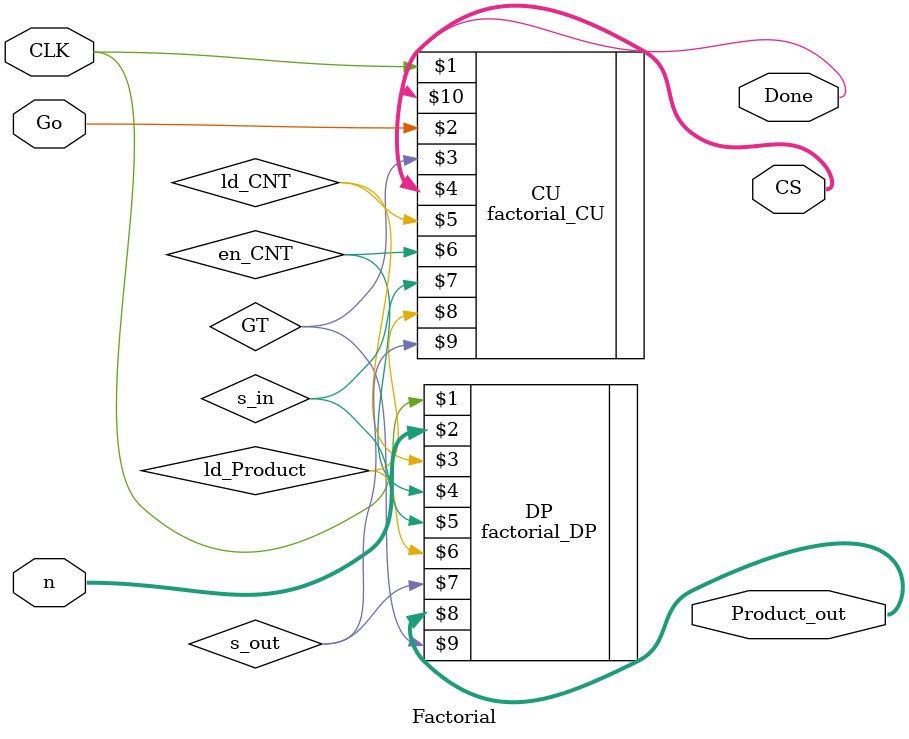
<source format=v>
`timescale 1ns / 1ps

module Factorial(CLK, Go, n, Product_out, CS, Done
    );
    parameter datain_width=4;
    parameter dataout_width=32;
    input CLK,Go;
    input [datain_width-1:0] n;
    output [dataout_width-1:0] Product_out;
    output [2:0]CS;
    output Done;
    wire ld_CNT, en_CNT, s_in, ld_Product, s_out, GT;
    
    
    factorial_DP DP(CLK, n, ld_CNT, en_CNT, s_in, ld_Product, s_out, Product_out, GT );
    factorial_CU CU(  CLK, Go, GT, CS,  ld_CNT, en_CNT, s_in, ld_Product, s_out, Done);
                
endmodule

</source>
